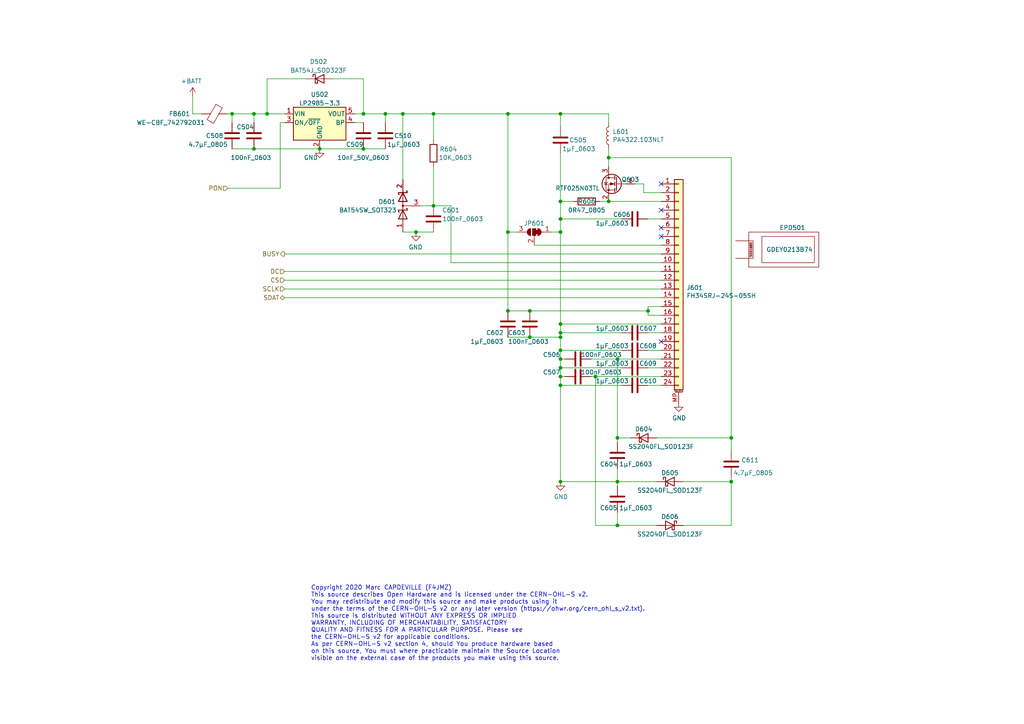
<source format=kicad_sch>
(kicad_sch (version 20211123) (generator eeschema)
  (paper "A4")
  (title_block (title "ESP32s3APRS by F4JMZ") (date "2024-08-24") (rev "0.0.1") (company "©️2025 Marc CAPDEVILLE (F4JMZ)") (comment 1 "Sources : https://github.com/mcapdeville/esp32s3aprs") (comment 2 "Licensed under CERN-OHL-S v2 (https://ohwr.org/cern_ohl_s_v2.txt)"))
  (lib_symbols
    (symbol "CAP_0603:100nF_0603" (pin_numbers hide) (pin_names (offset 0.254))
      (property "Reference" "C" (at 0.635 2.54 0))
      (property "Value" "100nF_0603" (at 0.635 -2.54 0))
      (symbol "100nF_0603_0_1"
        (polyline (pts (xy -2.032 -0.762) (xy 2.032 -0.762)) (stroke (width 0.508)))
        (polyline (pts (xy -2.032 0.762) (xy 2.032 0.762)) (stroke (width 0.508)))
      )
      (symbol "100nF_0603_1_1"
        (pin passive line (at 0 3.81 270) (length 2.794) (name "~") (number "1"))
        (pin passive line (at 0 -3.81 90) (length 2.794) (name "~") (number "2"))
      )
    )
    (symbol "CAP_0603:1µF_0603" (pin_numbers hide) (pin_names (offset 0.254))
      (property "Reference" "C" (at 0.635 2.54 0))
      (property "Value" "1µF_0603" (at 0.635 -2.54 0))
      (symbol "1µF_0603_0_1"
        (polyline (pts (xy -2.032 -0.762) (xy 2.032 -0.762)) (stroke (width 0.508)))
        (polyline (pts (xy -2.032 0.762) (xy 2.032 0.762)) (stroke (width 0.508)))
      )
      (symbol "1µF_0603_1_1"
        (pin passive line (at 0 3.81 270) (length 2.794) (name "~") (number "1"))
        (pin passive line (at 0 -3.81 90) (length 2.794) (name "~") (number "2"))
      )
    )
    (symbol "CAP_0805:4.7µF_0805" (pin_numbers hide) (pin_names (offset 0.254))
      (property "Reference" "C" (at 0.635 2.54 0))
      (property "Value" "4.7µF_0805" (at 0.635 -2.54 0))
      (symbol "4.7µF_0805_0_1"
        (polyline (pts (xy -2.032 -0.762) (xy 2.032 -0.762)) (stroke (width 0.508)))
        (polyline (pts (xy -2.032 0.762) (xy 2.032 0.762)) (stroke (width 0.508)))
      )
      (symbol "4.7µF_0805_1_1"
        (pin passive line (at 0 3.81 270) (length 2.794) (name "~") (number "1"))
        (pin passive line (at 0 -3.81 90) (length 2.794) (name "~") (number "2"))
      )
    )
    (symbol "CON_SMD:FH34SRJ-24S-05SH" (pin_names (offset 1.016) hide)
      (property "Reference" "J" (at 2.2352 -2.1844 0))
      (property "Value" "FH34SRJ-24S-05SH" (at 2.2352 -4.4958 0))
      (symbol "FH34SRJ-24S-05SH_1_1"
        (rectangle (start -1.27 -30.353) (end 0 -30.607) (stroke (width 0.1524)))
        (rectangle (start -1.27 -27.813) (end 0 -28.067) (stroke (width 0.1524)))
        (rectangle (start -1.27 -25.273) (end 0 -25.527) (stroke (width 0.1524)))
        (rectangle (start -1.27 -22.733) (end 0 -22.987) (stroke (width 0.1524)))
        (rectangle (start -1.27 -20.193) (end 0 -20.447) (stroke (width 0.1524)))
        (rectangle (start -1.27 -17.653) (end 0 -17.907) (stroke (width 0.1524)))
        (rectangle (start -1.27 -15.113) (end 0 -15.367) (stroke (width 0.1524)))
        (rectangle (start -1.27 -12.573) (end 0 -12.827) (stroke (width 0.1524)))
        (rectangle (start -1.27 -10.033) (end 0 -10.287) (stroke (width 0.1524)))
        (rectangle (start -1.27 -7.493) (end 0 -7.747) (stroke (width 0.1524)))
        (rectangle (start -1.27 -4.953) (end 0 -5.207) (stroke (width 0.1524)))
        (rectangle (start -1.27 -2.413) (end 0 -2.667) (stroke (width 0.1524)))
        (rectangle (start -1.27 0.127) (end 0 -0.127) (stroke (width 0.1524)))
        (rectangle (start -1.27 2.667) (end 0 2.413) (stroke (width 0.1524)))
        (rectangle (start -1.27 5.207) (end 0 4.953) (stroke (width 0.1524)))
        (rectangle (start -1.27 7.747) (end 0 7.493) (stroke (width 0.1524)))
        (rectangle (start -1.27 10.287) (end 0 10.033) (stroke (width 0.1524)))
        (rectangle (start -1.27 12.827) (end 0 12.573) (stroke (width 0.1524)))
        (rectangle (start -1.27 15.367) (end 0 15.113) (stroke (width 0.1524)))
        (rectangle (start -1.27 17.907) (end 0 17.653) (stroke (width 0.1524)))
        (rectangle (start -1.27 20.447) (end 0 20.193) (stroke (width 0.1524)))
        (rectangle (start -1.27 22.987) (end 0 22.733) (stroke (width 0.1524)))
        (rectangle (start -1.27 25.527) (end 0 25.273) (stroke (width 0.1524)))
        (rectangle (start -1.27 28.067) (end 0 27.813) (stroke (width 0.1524)))
        (rectangle (start -1.27 29.21) (end 1.27 -31.75) (stroke (width 0.254)) (fill (type background)))
        (polyline (pts (xy -1.016 -32.512) (xy 1.016 -32.512)) (stroke (width 0.1524)))
        (text "Mounting" (at 0 -32.131 0) (effects (font (size 0.381 0.381))))
        (pin passive line (at -5.08 27.94 0) (length 3.81) (name "Pin_1") (number "1"))
        (pin passive line (at -5.08 5.08 0) (length 3.81) (name "Pin_10") (number "10"))
        (pin passive line (at -5.08 2.54 0) (length 3.81) (name "Pin_11") (number "11"))
        (pin passive line (at -5.08 0 0) (length 3.81) (name "Pin_12") (number "12"))
        (pin passive line (at -5.08 -2.54 0) (length 3.81) (name "Pin_13") (number "13"))
        (pin passive line (at -5.08 -5.08 0) (length 3.81) (name "Pin_14") (number "14"))
        (pin passive line (at -5.08 -7.62 0) (length 3.81) (name "Pin_15") (number "15"))
        (pin passive line (at -5.08 -10.16 0) (length 3.81) (name "Pin_16") (number "16"))
        (pin passive line (at -5.08 -12.7 0) (length 3.81) (name "Pin_17") (number "17"))
        (pin passive line (at -5.08 -15.24 0) (length 3.81) (name "Pin_18") (number "18"))
        (pin passive line (at -5.08 -17.78 0) (length 3.81) (name "Pin_19") (number "19"))
        (pin passive line (at -5.08 25.4 0) (length 3.81) (name "Pin_2") (number "2"))
        (pin passive line (at -5.08 -20.32 0) (length 3.81) (name "Pin_20") (number "20"))
        (pin passive line (at -5.08 -22.86 0) (length 3.81) (name "Pin_21") (number "21"))
        (pin passive line (at -5.08 -25.4 0) (length 3.81) (name "Pin_22") (number "22"))
        (pin passive line (at -5.08 -27.94 0) (length 3.81) (name "Pin_23") (number "23"))
        (pin passive line (at -5.08 -30.48 0) (length 3.81) (name "Pin_24") (number "24"))
        (pin passive line (at -5.08 22.86 0) (length 3.81) (name "Pin_3") (number "3"))
        (pin passive line (at -5.08 20.32 0) (length 3.81) (name "Pin_4") (number "4"))
        (pin passive line (at -5.08 17.78 0) (length 3.81) (name "Pin_5") (number "5"))
        (pin passive line (at -5.08 15.24 0) (length 3.81) (name "Pin_6") (number "6"))
        (pin passive line (at -5.08 12.7 0) (length 3.81) (name "Pin_7") (number "7"))
        (pin passive line (at -5.08 10.16 0) (length 3.81) (name "Pin_8") (number "8"))
        (pin passive line (at -5.08 7.62 0) (length 3.81) (name "Pin_9") (number "9"))
        (pin passive line (at 0 -35.56 90) (length 3.048) (name "MountPin") (number "MP"))
      )
    )
    (symbol "D_SOD123:SS2040FL_SOD123F" (pin_numbers hide) (pin_names hide)
      (property "Reference" "D" (at 0 2.54 0))
      (property "Value" "SS2040FL_SOD123F" (at 0 -2.54 0))
      (symbol "SS2040FL_SOD123F_0_1"
        (polyline (pts (xy 1.27 0) (xy -1.27 0)))
        (polyline (pts (xy 1.27 1.27) (xy 1.27 -1.27) (xy -1.27 0) (xy 1.27 1.27)) (stroke (width 0.254)))
        (polyline (pts (xy -1.905 0.635) (xy -1.905 1.27) (xy -1.27 1.27) (xy -1.27 -1.27) (xy -0.635 -1.27) (xy -0.635 -0.635)) (stroke (width 0.254)))
      )
      (symbol "SS2040FL_SOD123F_1_1"
        (pin passive line (at -3.81 0 0) (length 2.54) (name "K") (number "1"))
        (pin passive line (at 3.81 0 180) (length 2.54) (name "A") (number "2"))
      )
    )
    (symbol "D_SOD323:BAT54J_SOD323F" (pin_numbers hide) (pin_names hide)
      (property "Reference" "D" (at 0 2.54 0))
      (property "Value" "BAT54J_SOD323F" (at 0 -2.54 0))
      (symbol "BAT54J_SOD323F_0_1"
        (polyline (pts (xy 1.27 0) (xy -1.27 0)))
        (polyline (pts (xy 1.27 1.27) (xy 1.27 -1.27) (xy -1.27 0) (xy 1.27 1.27)) (stroke (width 0.254)))
        (polyline (pts (xy -1.905 0.635) (xy -1.905 1.27) (xy -1.27 1.27) (xy -1.27 -1.27) (xy -0.635 -1.27) (xy -0.635 -0.635)) (stroke (width 0.254)))
      )
      (symbol "BAT54J_SOD323F_1_1"
        (pin passive line (at -3.81 0 0) (length 2.54) (name "K") (number "1"))
        (pin passive line (at 3.81 0 180) (length 2.54) (name "A") (number "2"))
      )
    )
    (symbol "D_SOT323:BAT54SW_SOT323" (pin_names (offset 0.762) hide)
      (property "Reference" "D" (at 3.81 2.54 0))
      (property "Value" "BAT54SW_SOT323" (at 0 2.54 0))
      (symbol "BAT54SW_SOT323_0_1"
        (polyline (pts (xy -3.81 0) (xy 3.81 0)))
        (polyline (pts (xy -3.81 0) (xy 3.81 0)))
        (polyline (pts (xy 0 0) (xy 0 -2.54)))
        (polyline (pts (xy -1.27 -1.27) (xy -1.27 1.27) (xy -1.27 1.27)) (stroke (width 0.254)))
        (polyline (pts (xy 3.81 1.27) (xy 3.81 -1.27) (xy 3.81 -1.27)) (stroke (width 0.254)))
        (polyline (pts (xy 3.81 1.27) (xy 3.81 -1.27) (xy 3.81 -1.27)) (stroke (width 0.254)))
        (polyline (pts (xy -1.27 -1.27) (xy -0.762 -1.27) (xy -0.762 -1.016) (xy -0.762 -1.016)) (stroke (width 0.254)))
        (polyline (pts (xy 3.81 -1.27) (xy 4.318 -1.27) (xy 4.318 -1.016) (xy 4.318 -1.016)) (stroke (width 0.254)))
        (polyline (pts (xy 3.81 1.27) (xy 3.302 1.27) (xy 3.302 1.016) (xy 3.302 1.016)) (stroke (width 0.254)))
        (polyline (pts (xy -1.778 1.016) (xy -1.778 1.27) (xy -1.27 1.27) (xy -1.27 1.27) (xy -1.27 1.27)) (stroke (width 0.254)))
        (polyline (pts (xy -3.81 1.27) (xy -1.27 0) (xy -3.81 -1.27) (xy -3.81 1.27) (xy -3.81 1.27) (xy -3.81 1.27)) (stroke (width 0.254)))
        (polyline (pts (xy 1.27 1.27) (xy 3.81 0) (xy 1.27 -1.27) (xy 1.27 1.27) (xy 1.27 1.27) (xy 1.27 1.27)) (stroke (width 0.254)))
        (polyline (pts (xy 1.27 1.27) (xy 3.81 0) (xy 1.27 -1.27) (xy 1.27 1.27) (xy 1.27 1.27) (xy 1.27 1.27)) (stroke (width 0.254)))
        (circle (center 0 0) (radius 0.254) (fill (type outline)))
        (pin passive line (at -7.62 0 0) (length 3.81) (name "A") (number "1"))
        (pin passive line (at 7.62 0 180) (length 3.81) (name "A") (number "2"))
        (pin passive line (at 7.62 0 180) (length 3.81) (name "A") (number "2"))
        (pin passive line (at 0 -5.08 90) (length 2.54) (name "K") (number "3"))
      )
    )
    (symbol "Display:GDEY0213B74" (pin_names (offset 1.016))
      (property "Reference" "EPD" (at -2.54 6.35 0))
      (property "Value" "GDEY0213B74" (at -6.35 0 0))
      (symbol "GDEY0213B74_0_0"
        (text "SSD1680" (at -10.795 0 900) (effects (font (size 0.635 0.635))))
      )
      (symbol "GDEY0213B74_0_1"
        (polyline (pts (xy -15.24 -2.54) (xy -10.16 -2.54) (xy -10.16 2.54) (xy -15.24 2.54)))
        (polyline (pts (xy -7.62 3.81) (xy 7.62 3.81) (xy 7.62 -3.81) (xy -7.62 -3.81) (xy -7.62 3.81)))
        (polyline (pts (xy -7.62 5.08) (xy 8.89 5.08) (xy 8.89 -5.08) (xy -11.43 -5.08) (xy -11.43 5.08) (xy -7.62 5.08)))
      )
    )
    (symbol "FB_0805:WE-CBF_742792031" (pin_numbers hide) (pin_names (offset 0))
      (property "Reference" "FB" (at -3.81 0.635 90))
      (property "Value" "WE-CBF_742792031" (at 3.81 0 90))
      (symbol "WE-CBF_742792031_0_1"
        (polyline (pts (xy 0 -1.27) (xy 0 -1.2192)))
        (polyline (pts (xy 0 1.27) (xy 0 1.2954)))
        (polyline (pts (xy -2.7686 0.4064) (xy -1.7018 2.2606) (xy 2.7686 -0.3048) (xy 1.6764 -2.159) (xy -2.7686 0.4064)))
      )
      (symbol "WE-CBF_742792031_1_1"
        (pin passive line (at 0 3.81 270) (length 2.54) (name "~") (number "1"))
        (pin passive line (at 0 -3.81 90) (length 2.54) (name "~") (number "2"))
      )
    )
    (symbol "Jumper:SolderJumper_3_Bridged12" (pin_names (offset 0) hide)
      (property "Reference" "JP" (at -2.54 -2.54 0))
      (property "Value" "SolderJumper_3_Bridged12" (at 0 2.794 0))
      (symbol "SolderJumper_3_Bridged12_0_1"
        (rectangle (start -1.016 0.508) (end -0.508 -0.508) (fill (type outline)))
        (arc (start -1.016 1.016) (mid -2.032 0) (end -1.016 -1.016))
        (arc (start -1.016 1.016) (mid -2.032 0) (end -1.016 -1.016) (fill (type outline)))
        (rectangle (start -0.508 1.016) (end 0.508 -1.016) (fill (type outline)))
        (polyline (pts (xy -2.54 0) (xy -2.032 0)))
        (polyline (pts (xy -1.016 1.016) (xy -1.016 -1.016)))
        (polyline (pts (xy 0 -1.27) (xy 0 -1.016)))
        (polyline (pts (xy 1.016 1.016) (xy 1.016 -1.016)))
        (polyline (pts (xy 2.54 0) (xy 2.032 0)))
        (arc (start 1.016 -1.016) (mid 2.032 0) (end 1.016 1.016))
        (arc (start 1.016 -1.016) (mid 2.032 0) (end 1.016 1.016) (fill (type outline)))
      )
      (symbol "SolderJumper_3_Bridged12_1_1"
        (pin passive line (at -5.08 0 0) (length 2.54) (name "A") (number "1"))
        (pin passive line (at 0 -3.81 90) (length 2.54) (name "C") (number "2"))
        (pin passive line (at 5.08 0 180) (length 2.54) (name "B") (number "3"))
      )
    )
    (symbol "L_SMD:PA4322.103NLT" (pin_numbers hide) (pin_names (offset 1.016) hide)
      (property "Reference" "L" (at -1.27 0 90))
      (property "Value" "PA4322.103NLT" (at 1.905 0 90))
      (property "Footprint" "_footprint:Inductor_Pulse_PA4322.xxxNLT_5.1x5.1" (at 0 0 0))
      (symbol "PA4322.103NLT_0_1"
        (arc (start 0 -2.54) (mid 0.635 -1.905) (end 0 -1.27))
        (arc (start 0 -1.27) (mid 0.635 -0.635) (end 0 0))
        (arc (start 0 0) (mid 0.635 0.635) (end 0 1.27))
        (arc (start 0 1.27) (mid 0.635 1.905) (end 0 2.54))
      )
      (symbol "PA4322.103NLT_1_1"
        (pin passive line (at 0 3.81 270) (length 1.27) (name "1") (number "1"))
        (pin passive line (at 0 -3.81 90) (length 1.27) (name "2") (number "2"))
      )
    )
    (symbol "Q_SOT323:RTF025N03TL" (pin_names (offset 0) hide)
      (property "Reference" "Q" (at 5.08 1.27 0))
      (property "Value" "RTF025N03TL" (at 5.08 -1.27 0))
      (symbol "RTF025N03TL_0_1"
        (polyline (pts (xy 0.254 0) (xy -2.54 0)))
        (polyline (pts (xy 0.254 1.905) (xy 0.254 -1.905)) (stroke (width 0.254)))
        (polyline (pts (xy 0.762 -1.27) (xy 0.762 -2.286)) (stroke (width 0.254)))
        (polyline (pts (xy 0.762 0.508) (xy 0.762 -0.508)) (stroke (width 0.254)))
        (polyline (pts (xy 0.762 2.286) (xy 0.762 1.27)) (stroke (width 0.254)))
        (polyline (pts (xy 2.54 2.54) (xy 2.54 1.778)))
        (polyline (pts (xy 2.54 -2.54) (xy 2.54 0) (xy 0.762 0)))
        (polyline (pts (xy 0.762 -1.778) (xy 3.302 -1.778) (xy 3.302 1.778) (xy 0.762 1.778)))
        (polyline (pts (xy 1.016 0) (xy 2.032 0.381) (xy 2.032 -0.381) (xy 1.016 0)) (fill (type outline)))
        (polyline (pts (xy 2.794 0.508) (xy 2.921 0.381) (xy 3.683 0.381) (xy 3.81 0.254)))
        (polyline (pts (xy 3.302 0.381) (xy 2.921 -0.254) (xy 3.683 -0.254) (xy 3.302 0.381)))
        (circle (center 1.651 0) (radius 2.794) (stroke (width 0.254)))
        (circle (center 2.54 -1.778) (radius 0.254) (fill (type outline)))
        (circle (center 2.54 1.778) (radius 0.254) (fill (type outline)))
      )
      (symbol "RTF025N03TL_1_1"
        (pin input line (at -5.08 0 0) (length 2.54) (name "G") (number "1"))
        (pin passive line (at 2.54 -5.08 90) (length 2.54) (name "S") (number "2"))
        (pin passive line (at 2.54 5.08 270) (length 2.54) (name "D") (number "3"))
      )
    )
    (symbol "RES_0603:10K_0603" (pin_numbers hide) (pin_names (offset 0))
      (property "Reference" "R" (at 0 -1.27 90))
      (property "Value" "10K_0603" (at 2.54 0 90))
      (symbol "10K_0603_0_1"
        (rectangle (start -1.016 -2.54) (end 1.016 2.54) (stroke (width 0.254)))
      )
      (symbol "10K_0603_1_1"
        (pin passive line (at 0 3.81 270) (length 1.27) (name "~") (number "1"))
        (pin passive line (at 0 -3.81 90) (length 1.27) (name "~") (number "2"))
      )
    )
    (symbol "RES_0805:0R47_0805" (pin_numbers hide) (pin_names (offset 0))
      (property "Reference" "R" (at 0 -1.27 90))
      (property "Value" "0R47_0805" (at 2.54 0 90))
      (symbol "0R47_0805_0_1"
        (rectangle (start -1.016 -2.54) (end 1.016 2.54) (stroke (width 0.254)))
      )
      (symbol "0R47_0805_1_1"
        (pin passive line (at 0 3.81 270) (length 1.27) (name "~") (number "1"))
        (pin passive line (at 0 -3.81 90) (length 1.27) (name "~") (number "2"))
      )
    )
    (symbol "Regulator_Linear:LP2985-3.3" (pin_names (offset 0.254))
      (property "Reference" "U" (at -6.35 5.715 0))
      (property "Value" "LP2985-3.3" (at 0 5.715 0))
      (symbol "LP2985-3.3_0_1"
        (rectangle (start -7.62 -5.08) (end 7.62 4.445) (stroke (width 0.254)) (fill (type background)))
      )
      (symbol "LP2985-3.3_1_1"
        (pin power_in line (at -10.16 2.54 0) (length 2.54) (name "VIN") (number "1"))
        (pin power_in line (at 0 -7.62 90) (length 2.54) (name "GND") (number "2"))
        (pin input line (at -10.16 0 0) (length 2.54) (name "ON/~{OFF}") (number "3"))
        (pin input line (at 10.16 0 180) (length 2.54) (name "BP") (number "4"))
        (pin power_out line (at 10.16 2.54 180) (length 2.54) (name "VOUT") (number "5"))
      )
    )
    (symbol "_symbols:10nF_50V_0603" (pin_numbers hide) (pin_names (offset 0.254))
      (property "Reference" "C" (at 0.635 2.54 0))
      (property "Value" "10nF_50V_0603" (at 0.635 -2.54 0))
      (symbol "10nF_50V_0603_0_1"
        (polyline (pts (xy -2.032 -0.762) (xy 2.032 -0.762)) (stroke (width 0.508)))
        (polyline (pts (xy -2.032 0.762) (xy 2.032 0.762)) (stroke (width 0.508)))
      )
      (symbol "10nF_50V_0603_1_1"
        (pin passive line (at 0 3.81 270) (length 2.794) (name "~") (number "1"))
        (pin passive line (at 0 -3.81 90) (length 2.794) (name "~") (number "2"))
      )
    )
    (symbol "power:+BATT" (power) (pin_names (offset 0))
      (property "Value" "+BATT" (at 0 3.556 0))
      (symbol "+BATT_0_1"
        (polyline (pts (xy -0.762 1.27) (xy 0 2.54)))
        (polyline (pts (xy 0 0) (xy 0 2.54)))
        (polyline (pts (xy 0 2.54) (xy 0.762 1.27)))
      )
      (symbol "+BATT_1_1"
        (pin power_in line (at 0 0 90) (length 0) hide (name "+BATT") (number "1"))
      )
    )
    (symbol "power:GND" (power) (pin_names (offset 0))
      (property "Value" "GND" (at 0 -3.81 0))
      (symbol "GND_0_1"
        (polyline (pts (xy 0 0) (xy 0 -1.27) (xy 1.27 -1.27) (xy 0 -2.54) (xy -1.27 -1.27) (xy 0 -1.27)))
      )
      (symbol "GND_1_1"
        (pin power_in line (at 0 0 270) (length 0) hide (name "GND") (number "1"))
      )
    )
  )
  (junction (at 162.56 139.7))
  (junction (at 162.56 58.42))
  (junction (at 162.56 63.5))
  (junction (at 172.72 109.22))
  (junction (at 176.53 58.42))
  (junction (at 147.32 90.17))
  (junction (at 153.67 97.79))
  (junction (at 153.67 90.17))
  (junction (at 162.56 104.14))
  (junction (at 162.56 109.22))
  (junction (at 125.73 33.02))
  (junction (at 162.56 33.02))
  (junction (at 120.65 67.31))
  (junction (at 125.73 59.69))
  (junction (at 176.53 45.72))
  (junction (at 147.32 33.02))
  (junction (at 179.07 127))
  (junction (at 162.56 67.31))
  (junction (at 67.31 33.02))
  (junction (at 162.56 106.68))
  (junction (at 73.66 43.18))
  (junction (at 162.56 97.79))
  (junction (at 162.56 96.52))
  (junction (at 187.96 90.17))
  (junction (at 105.41 43.18))
  (junction (at 105.41 33.02))
  (junction (at 212.09 127))
  (junction (at 116.84 33.02))
  (junction (at 179.07 139.7))
  (junction (at 212.09 139.7))
  (junction (at 179.07 104.14))
  (junction (at 147.32 67.31))
  (junction (at 77.47 33.02))
  (junction (at 92.71 43.18))
  (junction (at 162.56 93.98))
  (junction (at 179.07 152.4))
  (junction (at 162.56 111.76))
  (junction (at 111.76 33.02))
  (junction (at 73.66 33.02))
  (junction (at 162.56 101.6))
  (no_connect (at 191.77 66.04))
  (no_connect (at 191.77 53.34))
  (no_connect (at 191.77 99.06))
  (no_connect (at 191.77 68.58))
  (no_connect (at 191.77 60.96))
  (wire (pts (xy 73.66 43.18) (xy 92.71 43.18)))
  (wire (pts (xy 171.45 104.14) (xy 179.07 104.14)))
  (wire (pts (xy 121.92 59.69) (xy 125.73 59.69)))
  (wire (pts (xy 102.87 33.02) (xy 105.41 33.02)))
  (wire (pts (xy 77.47 22.86) (xy 77.47 33.02)))
  (wire (pts (xy 172.72 109.22) (xy 191.77 109.22)))
  (wire (pts (xy 162.56 139.7) (xy 179.07 139.7)))
  (wire (pts (xy 147.32 97.79) (xy 153.67 97.79)))
  (wire (pts (xy 105.41 43.18) (xy 111.76 43.18)))
  (wire (pts (xy 212.09 127) (xy 212.09 45.72)))
  (wire (pts (xy 187.96 91.44) (xy 191.77 91.44)))
  (wire (pts (xy 187.96 63.5) (xy 191.77 63.5)))
  (wire (pts (xy 81.28 54.61) (xy 66.04 54.61)))
  (wire (pts (xy 190.5 127) (xy 212.09 127)))
  (wire (pts (xy 162.56 106.68) (xy 162.56 109.22)))
  (wire (pts (xy 176.53 45.72) (xy 176.53 48.26)))
  (wire (pts (xy 171.45 109.22) (xy 172.72 109.22)))
  (wire (pts (xy 82.55 73.66) (xy 191.77 73.66)))
  (wire (pts (xy 162.56 36.83) (xy 162.56 33.02)))
  (wire (pts (xy 147.32 33.02) (xy 147.32 67.31)))
  (wire (pts (xy 73.66 35.56) (xy 73.66 33.02)))
  (wire (pts (xy 179.07 139.7) (xy 179.07 135.89)))
  (wire (pts (xy 149.86 67.31) (xy 147.32 67.31)))
  (wire (pts (xy 191.77 111.76) (xy 187.96 111.76)))
  (wire (pts (xy 179.07 140.97) (xy 179.07 139.7)))
  (wire (pts (xy 130.81 76.2) (xy 191.77 76.2)))
  (wire (pts (xy 176.53 33.02) (xy 176.53 35.56)))
  (wire (pts (xy 81.28 35.56) (xy 81.28 54.61)))
  (wire (pts (xy 162.56 104.14) (xy 162.56 106.68)))
  (wire (pts (xy 180.34 106.68) (xy 162.56 106.68)))
  (wire (pts (xy 160.02 67.31) (xy 162.56 67.31)))
  (wire (pts (xy 105.41 33.02) (xy 111.76 33.02)))
  (wire (pts (xy 163.83 109.22) (xy 162.56 109.22)))
  (wire (pts (xy 190.5 139.7) (xy 179.07 139.7)))
  (wire (pts (xy 184.15 53.34) (xy 186.69 53.34)))
  (wire (pts (xy 162.56 44.45) (xy 162.56 58.42)))
  (wire (pts (xy 212.09 152.4) (xy 212.09 139.7)))
  (wire (pts (xy 153.67 97.79) (xy 162.56 97.79)))
  (wire (pts (xy 186.69 55.88) (xy 191.77 55.88)))
  (wire (pts (xy 179.07 128.27) (xy 179.07 127)))
  (wire (pts (xy 187.96 90.17) (xy 187.96 91.44)))
  (wire (pts (xy 67.31 43.18) (xy 73.66 43.18)))
  (wire (pts (xy 179.07 104.14) (xy 191.77 104.14)))
  (wire (pts (xy 179.07 148.59) (xy 179.07 152.4)))
  (wire (pts (xy 82.55 78.74) (xy 191.77 78.74)))
  (wire (pts (xy 111.76 33.02) (xy 111.76 35.56)))
  (wire (pts (xy 180.34 111.76) (xy 162.56 111.76)))
  (wire (pts (xy 55.88 27.94) (xy 55.88 33.02)))
  (wire (pts (xy 179.07 127) (xy 179.07 104.14)))
  (wire (pts (xy 125.73 48.26) (xy 125.73 59.69)))
  (wire (pts (xy 120.65 67.31) (xy 116.84 67.31)))
  (wire (pts (xy 92.71 43.18) (xy 105.41 43.18)))
  (wire (pts (xy 191.77 101.6) (xy 187.96 101.6)))
  (wire (pts (xy 162.56 101.6) (xy 162.56 104.14)))
  (wire (pts (xy 191.77 71.12) (xy 154.94 71.12)))
  (wire (pts (xy 120.65 67.31) (xy 125.73 67.31)))
  (wire (pts (xy 191.77 83.82) (xy 82.55 83.82)))
  (wire (pts (xy 180.34 96.52) (xy 162.56 96.52)))
  (wire (pts (xy 180.34 101.6) (xy 162.56 101.6)))
  (wire (pts (xy 173.99 58.42) (xy 176.53 58.42)))
  (wire (pts (xy 105.41 22.86) (xy 105.41 33.02)))
  (wire (pts (xy 176.53 58.42) (xy 191.77 58.42)))
  (wire (pts (xy 147.32 90.17) (xy 153.67 90.17)))
  (wire (pts (xy 212.09 45.72) (xy 176.53 45.72)))
  (wire (pts (xy 130.81 59.69) (xy 130.81 76.2)))
  (wire (pts (xy 162.56 58.42) (xy 162.56 63.5)))
  (wire (pts (xy 55.88 33.02) (xy 58.42 33.02)))
  (wire (pts (xy 81.28 35.56) (xy 82.55 35.56)))
  (wire (pts (xy 162.56 67.31) (xy 162.56 93.98)))
  (wire (pts (xy 147.32 90.17) (xy 147.32 67.31)))
  (wire (pts (xy 212.09 127) (xy 212.09 130.81)))
  (wire (pts (xy 191.77 86.36) (xy 82.55 86.36)))
  (wire (pts (xy 125.73 33.02) (xy 125.73 40.64)))
  (wire (pts (xy 191.77 81.28) (xy 82.55 81.28)))
  (wire (pts (xy 116.84 33.02) (xy 125.73 33.02)))
  (wire (pts (xy 179.07 127) (xy 182.88 127)))
  (wire (pts (xy 172.72 152.4) (xy 172.72 109.22)))
  (wire (pts (xy 162.56 111.76) (xy 162.56 139.7)))
  (wire (pts (xy 162.56 97.79) (xy 162.56 101.6)))
  (wire (pts (xy 105.41 35.56) (xy 102.87 35.56)))
  (wire (pts (xy 162.56 96.52) (xy 162.56 93.98)))
  (wire (pts (xy 176.53 43.18) (xy 176.53 45.72)))
  (wire (pts (xy 187.96 88.9) (xy 187.96 90.17)))
  (wire (pts (xy 186.69 53.34) (xy 186.69 55.88)))
  (wire (pts (xy 179.07 152.4) (xy 190.5 152.4)))
  (wire (pts (xy 162.56 109.22) (xy 162.56 111.76)))
  (wire (pts (xy 191.77 96.52) (xy 187.96 96.52)))
  (wire (pts (xy 212.09 139.7) (xy 198.12 139.7)))
  (wire (pts (xy 147.32 33.02) (xy 162.56 33.02)))
  (wire (pts (xy 66.04 33.02) (xy 67.31 33.02)))
  (wire (pts (xy 162.56 96.52) (xy 162.56 97.79)))
  (wire (pts (xy 153.67 90.17) (xy 187.96 90.17)))
  (wire (pts (xy 96.52 22.86) (xy 105.41 22.86)))
  (wire (pts (xy 163.83 104.14) (xy 162.56 104.14)))
  (wire (pts (xy 162.56 63.5) (xy 162.56 67.31)))
  (wire (pts (xy 198.12 152.4) (xy 212.09 152.4)))
  (wire (pts (xy 166.37 58.42) (xy 162.56 58.42)))
  (wire (pts (xy 116.84 33.02) (xy 111.76 33.02)))
  (wire (pts (xy 77.47 33.02) (xy 82.55 33.02)))
  (wire (pts (xy 212.09 138.43) (xy 212.09 139.7)))
  (wire (pts (xy 116.84 33.02) (xy 116.84 52.07)))
  (wire (pts (xy 179.07 152.4) (xy 172.72 152.4)))
  (wire (pts (xy 191.77 106.68) (xy 187.96 106.68)))
  (wire (pts (xy 162.56 93.98) (xy 191.77 93.98)))
  (wire (pts (xy 73.66 33.02) (xy 77.47 33.02)))
  (wire (pts (xy 162.56 33.02) (xy 176.53 33.02)))
  (wire (pts (xy 125.73 33.02) (xy 147.32 33.02)))
  (wire (pts (xy 67.31 33.02) (xy 73.66 33.02)))
  (wire (pts (xy 88.9 22.86) (xy 77.47 22.86)))
  (wire (pts (xy 67.31 33.02) (xy 67.31 35.56)))
  (wire (pts (xy 125.73 59.69) (xy 130.81 59.69)))
  (wire (pts (xy 162.56 63.5) (xy 180.34 63.5)))
  (wire (pts (xy 191.77 88.9) (xy 187.96 88.9)))
  (text "Copyright 2020 Marc CAPDEVILLE (F4JMZ)\nThis source describes Open Hardware and is licensed under the CERN-OHL-S v2.\nYou may redistribute and modify this source and make products using it\nunder the terms of the CERN-OHL-S v2 or any later version (https://ohwr.org/cern_ohl_s_v2.txt).\nThis source is distributed WITHOUT ANY EXPRESS OR IMPLIED\nWARRANTY, INCLUDING OF MERCHANTABILITY, SATISFACTORY\nQUALITY AND FITNESS FOR A PARTICULAR PURPOSE. Please see\nthe CERN-OHL-S v2 for applicable conditions.\nAs per CERN-OHL-S v2 section 4, should You produce hardware based\non this source, You must where practicable maintain the Source Location\nvisible on the external case of the products you make using this source." (at 90.17 191.77 0) (effects (font (size 1.27 1.27)) (justify left bottom)))
  (hierarchical_label "PON" (shape input) (at 66.04 54.61 180))
  (hierarchical_label "BUSY" (shape output) (at 82.55 73.66 180))
  (hierarchical_label "SDAT" (shape bidirectional) (at 82.55 86.36 180))
  (hierarchical_label "CS" (shape input) (at 82.55 81.28 180))
  (hierarchical_label "DC" (shape input) (at 82.55 78.74 180))
  (hierarchical_label "SCLK" (shape input) (at 82.55 83.82 180))
  (symbol (lib_id "CON_SMD:FH34SRJ-24S-05SH") (at 196.85 81.28 0) (unit 1)
    (property "Reference" "J601" (at 199.0852 83.4644 0) (effects (justify left)))
    (property "Value" "FH34SRJ-24S-05SH" (at 199.0852 85.7758 0) (effects (justify left)))
    (property "Footprint" "_footprint:Hirose_FH34-24SRJ-0.5SH_1x24-1MP_P0.50mm_Horizontal" (effects hide))
    (property "Mouser" "798-FH34SRJ24S05SH99" (effects hide))
    (property "Radiospares" "136-2403" (effects hide))
  )
  (symbol (lib_id "power:GND") (at 162.56 139.7 0) (unit 1)
    (property "Reference" "#PWR0125" (effects hide))
    (property "Value" "GND" (at 162.687 144.0942 0))
  )
  (symbol (lib_id "Q_SOT323:RTF025N03TL") (at 179.07 53.34 0) (mirror y) (unit 1)
    (property "Reference" "Q603" (at 185.42 52.07 0) (effects (justify left)))
    (property "Value" "RTF025N03TL" (at 173.99 54.61 0) (effects (justify left)))
    (property "Footprint" "_footprint:SOT-323T_SC-113A" (effects hide))
    (property "Mouser" "755-RTF025N03TL" (effects hide))
  )
  (symbol (lib_id "RES_0805:0R47_0805") (at 170.18 58.42 270) (unit 1)
    (property "Reference" "R606" (at 170.18 58.42 90))
    (property "Value" "0R47_0805" (at 170.18 60.96 90))
    (property "Footprint" "Resistor_SMD:R_0805_2012Metric" (effects hide))
    (property "Radiospares" "199-6016" (effects hide))
    (property "Mouser" "71-RCWE0805R470FKEA" (effects hide))
  )
  (symbol (lib_id "CAP_0603:1µF_0603") (at 184.15 63.5 270) (unit 1)
    (property "Reference" "C606" (at 180.34 62.23 90))
    (property "Value" "1µF_0603" (at 172.72 64.77 90) (effects (justify left)))
    (property "Footprint" "Capacitor_SMD:C_0603_1608Metric" (effects hide))
    (property "Radiospares" "103-4112" (effects hide))
    (property "Mouser" "963-UMK107BJ105KA-T" (effects hide))
  )
  (symbol (lib_id "CAP_0603:1µF_0603") (at 184.15 96.52 270) (unit 1)
    (property "Reference" "C607" (at 187.96 95.25 90))
    (property "Value" "1µF_0603" (at 172.72 100.33 90) (effects (justify left)))
    (property "Footprint" "Capacitor_SMD:C_0603_1608Metric" (effects hide))
    (property "Radiospares" "103-4112" (effects hide))
    (property "Mouser" "963-UMK107BJ105KA-T" (effects hide))
  )
  (symbol (lib_id "CAP_0603:1µF_0603") (at 184.15 101.6 270) (unit 1)
    (property "Reference" "C608" (at 187.96 100.33 90))
    (property "Value" "1µF_0603" (at 172.72 95.25 90) (effects (justify left)))
    (property "Footprint" "Capacitor_SMD:C_0603_1608Metric" (effects hide))
    (property "Radiospares" "103-4112" (effects hide))
    (property "Mouser" "963-UMK107BJ105KA-T" (effects hide))
  )
  (symbol (lib_id "L_SMD:PA4322.103NLT") (at 176.53 39.37 180) (unit 1)
    (property "Reference" "L601" (at 177.6476 38.2016 0) (effects (justify right)))
    (property "Value" "PA4322.103NLT" (at 177.6476 40.513 0) (effects (justify right)))
    (property "Footprint" "_footprint:Inductor_Pulse_PA4322.xxxNLT_5.1x5.1" (effects hide))
    (property "Mouser" "673-PA4322.103NLT" (effects hide))
  )
  (symbol (lib_id "CAP_0603:1µF_0603") (at 147.32 93.98 180) (unit 1)
    (property "Reference" "C602" (at 140.97 96.52 0) (effects (justify right)))
    (property "Value" "1µF_0603" (at 146.05 99.06 0) (effects (justify left)))
    (property "Footprint" "Capacitor_SMD:C_0603_1608Metric" (effects hide))
    (property "Radiospares" "103-4112" (effects hide))
    (property "Mouser" "963-UMK107BJ105KA-T" (effects hide))
  )
  (symbol (lib_id "CAP_0603:100nF_0603") (at 153.67 93.98 0) (unit 1)
    (property "Reference" "C603" (at 147.32 96.52 0) (effects (justify left)))
    (property "Value" "100nF_0603" (at 147.32 99.06 0) (effects (justify left)))
    (property "Footprint" "Capacitor_SMD:C_0603_1608Metric" (effects hide))
    (property "Radiospares" "184-3685" (effects hide))
    (property "Mouser" "963-UMK107B7104KAHT" (effects hide))
  )
  (symbol (lib_id "D_SOD123:SS2040FL_SOD123F") (at 186.69 127 0) (unit 1)
    (property "Reference" "D604" (at 186.69 124.46 0))
    (property "Value" "SS2040FL_SOD123F" (at 191.77 129.54 0))
    (property "Footprint" "Diode_SMD:D_SOD-123F" (effects hide))
    (property "Mouser" "241-SS2040FLAUR100A1" (effects hide))
  )
  (symbol (lib_id "CAP_0603:1µF_0603") (at 179.07 132.08 180) (unit 1)
    (property "Reference" "C604" (at 173.99 134.62 0) (effects (justify right)))
    (property "Value" "1µF_0603" (at 189.23 134.62 0) (effects (justify left)))
    (property "Footprint" "Capacitor_SMD:C_0603_1608Metric" (effects hide))
    (property "Radiospares" "103-4112" (effects hide))
    (property "Mouser" "963-UMK107BJ105KA-T" (effects hide))
  )
  (symbol (lib_id "CAP_0603:100nF_0603") (at 125.73 63.5 0) (unit 1)
    (property "Reference" "C601" (at 133.35 60.96 0) (effects (justify right)))
    (property "Value" "100nF_0603" (at 128.27 63.5 0) (effects (justify left)))
    (property "Footprint" "Capacitor_SMD:C_0603_1608Metric" (effects hide))
    (property "Radiospares" "184-3685" (effects hide))
    (property "Mouser" "963-UMK107B7104KAHT" (effects hide))
  )
  (symbol (lib_id "CAP_0805:4.7µF_0805") (at 212.09 134.62 0) (unit 1)
    (property "Reference" "C611" (at 215.011 133.4516 0) (effects (justify left)))
    (property "Value" "4.7µF_0805" (at 212.725 137.16 0) (effects (justify left)))
    (property "Footprint" "Capacitor_SMD:C_0805_2012Metric" (effects hide))
    (property "Radiospares" "113-8707" (effects hide))
    (property "Mouser" "81-GRM21BR61H475KE1L" (effects hide))
  )
  (symbol (lib_id "D_SOD123:SS2040FL_SOD123F") (at 194.31 139.7 0) (unit 1)
    (property "Reference" "D605" (at 194.31 137.16 0))
    (property "Value" "SS2040FL_SOD123F" (at 194.31 142.24 0))
    (property "Footprint" "Diode_SMD:D_SOD-123F" (effects hide))
    (property "Mouser" "241-SS2040FLAUR100A1" (effects hide))
  )
  (symbol (lib_id "power:GND") (at 120.65 67.31 0) (mirror y) (unit 1)
    (property "Reference" "#PWR0127" (effects hide))
    (property "Value" "GND" (at 120.523 71.7042 0))
  )
  (symbol (lib_id "D_SOD123:SS2040FL_SOD123F") (at 194.31 152.4 0) (mirror y) (unit 1)
    (property "Reference" "D606" (at 194.31 149.86 0))
    (property "Value" "SS2040FL_SOD123F" (at 194.31 154.94 0))
    (property "Footprint" "Diode_SMD:D_SOD-123F" (effects hide))
    (property "Mouser" "241-SS2040FLAUR100A1" (effects hide))
  )
  (symbol (lib_id "RES_0603:10K_0603") (at 125.73 44.45 0) (unit 1)
    (property "Reference" "R604" (at 127.508 43.2816 0) (effects (justify left)))
    (property "Value" "10K_0603" (at 132.08 45.72 0))
    (property "Footprint" "Resistor_SMD:R_0603_1608Metric" (effects hide))
    (property "Radiospares" "199-5443" (effects hide))
    (property "Mouser" "603-RC0603FR-0710KL" (effects hide))
  )
  (symbol (lib_id "CAP_0603:1µF_0603") (at 179.07 144.78 180) (unit 1)
    (property "Reference" "C605" (at 173.99 147.32 0) (effects (justify right)))
    (property "Value" "1µF_0603" (at 189.23 147.32 0) (effects (justify left)))
    (property "Footprint" "Capacitor_SMD:C_0603_1608Metric" (effects hide))
    (property "Radiospares" "103-4112" (effects hide))
    (property "Mouser" "963-UMK107BJ105KA-T" (effects hide))
  )
  (symbol (lib_id "CAP_0603:1µF_0603") (at 184.15 106.68 270) (unit 1)
    (property "Reference" "C609" (at 187.96 105.41 90))
    (property "Value" "1µF_0603" (at 172.72 105.41 90) (effects (justify left)))
    (property "Footprint" "Capacitor_SMD:C_0603_1608Metric" (effects hide))
    (property "Radiospares" "103-4112" (effects hide))
    (property "Mouser" "963-UMK107BJ105KA-T" (effects hide))
  )
  (symbol (lib_id "CAP_0603:1µF_0603") (at 184.15 111.76 270) (unit 1)
    (property "Reference" "C610" (at 187.96 110.49 90))
    (property "Value" "1µF_0603" (at 172.72 110.49 90) (effects (justify left)))
    (property "Footprint" "Capacitor_SMD:C_0603_1608Metric" (effects hide))
    (property "Radiospares" "103-4112" (effects hide))
    (property "Mouser" "963-UMK107BJ105KA-T" (effects hide))
  )
  (symbol (lib_id "D_SOT323:BAT54SW_SOT323") (at 116.84 59.69 90) (unit 1)
    (property "Reference" "D601" (at 114.8334 58.5216 90) (effects (justify left)))
    (property "Value" "BAT54SW_SOT323" (at 106.68 60.96 90))
    (property "Footprint" "Package_TO_SOT_SMD:SOT-323_SC-70" (effects hide))
    (property "Radiospares" "380-1216" (effects hide))
    (property "Mouser" "771-BAT54SW-T/R" (effects hide))
  )
  (symbol (lib_id "CAP_0603:100nF_0603") (at 73.66 39.37 180) (unit 1)
    (property "Reference" "C504" (at 68.58 36.83 0) (effects (justify right)))
    (property "Value" "100nF_0603" (at 78.74 45.72 0) (effects (justify left)))
    (property "Footprint" "Capacitor_SMD:C_0603_1608Metric" (effects hide))
    (property "Radiospares" "184-3685" (effects hide))
    (property "Mouser" "963-UMK107B7104KAHT" (effects hide))
  )
  (symbol (lib_id "power:GND") (at 92.71 43.18 0) (unit 1)
    (property "Reference" "#PWR0129" (effects hide))
    (property "Value" "GND" (at 90.17 45.72 0))
  )
  (symbol (lib_id "CAP_0603:1µF_0603") (at 162.56 40.64 180) (unit 1)
    (property "Reference" "C505" (at 165.1 40.64 0) (effects (justify right)))
    (property "Value" "1µF_0603" (at 172.72 43.18 0) (effects (justify left)))
    (property "Footprint" "Capacitor_SMD:C_0603_1608Metric" (effects hide))
    (property "Radiospares" "103-4112" (effects hide))
    (property "Mouser" "963-UMK107BJ105KA-T" (effects hide))
  )
  (symbol (lib_id "FB_0805:WE-CBF_742792031") (at 62.23 33.02 270) (unit 1)
    (property "Reference" "FB601" (at 52.07 33.02 90))
    (property "Value" "WE-CBF_742792031" (at 49.53 35.56 90))
    (property "Footprint" "Inductor_SMD:L_0805_2012Metric" (effects hide))
    (property "Radiospares" "669-4092" (effects hide))
    (property "Mouser" "710-742792031" (effects hide))
  )
  (symbol (lib_id "CAP_0603:100nF_0603") (at 167.64 104.14 90) (unit 1)
    (property "Reference" "C506" (at 162.56 102.87 90) (effects (justify left)))
    (property "Value" "100nF_0603" (at 180.34 102.87 90) (effects (justify left)))
    (property "Footprint" "Capacitor_SMD:C_0603_1608Metric" (effects hide))
    (property "Radiospares" "184-3685" (effects hide))
    (property "Mouser" "963-UMK107B7104KAHT" (effects hide))
  )
  (symbol (lib_id "CAP_0603:100nF_0603") (at 167.64 109.22 90) (unit 1)
    (property "Reference" "C507" (at 162.56 107.95 90) (effects (justify left)))
    (property "Value" "100nF_0603" (at 180.34 107.95 90) (effects (justify left)))
    (property "Footprint" "Capacitor_SMD:C_0603_1608Metric" (effects hide))
    (property "Radiospares" "184-3685" (effects hide))
    (property "Mouser" "963-UMK107B7104KAHT" (effects hide))
  )
  (symbol (lib_id "Display:GDEY0213B74") (at 228.6 72.39 0) (unit 1)
    (property "Reference" "EPD501" (at 226.06 66.04 0) (effects (justify left)))
    (property "Value" "GDEY0213B74" (at 222.25 72.39 0) (effects (justify left)))
    (property "Footprint" "_footprint:GDEY0213B74_2.13_EPD" (effects hide))
    (property "Good Display" "GDEY0213B74" (effects hide))
  )
  (symbol (lib_id "power:GND") (at 196.85 116.84 0) (unit 1)
    (property "Reference" "#PWR0131" (effects hide))
    (property "Value" "GND" (at 196.977 121.2342 0))
  )
  (symbol (lib_id "power:+BATT") (at 55.88 27.94 0) (mirror y) (unit 1)
    (property "Reference" "#PWR0139" (effects hide))
    (property "Value" "+BATT" (at 55.499 23.5458 0))
  )
  (symbol (lib_id "D_SOD323:BAT54J_SOD323F") (at 92.71 22.86 0) (unit 1)
    (property "Reference" "D502" (at 92.3925 17.8902 0))
    (property "Value" "BAT54J_SOD323F" (at 92.3925 20.4271 0))
    (property "Footprint" "Diode_SMD:D_SOD-323F" (effects hide))
    (property "Mouser" "771-BAT54J115" (effects hide))
  )
  (symbol (lib_id "Regulator_Linear:LP2985-3.3") (at 92.71 35.56 0) (unit 1)
    (property "Reference" "U502" (at 92.71 27.4152 0))
    (property "Value" "LP2985-3.3" (at 92.71 29.9521 0))
    (property "Footprint" "Package_TO_SOT_SMD:SOT-23-5" (effects hide))
    (property "Datasheet" "http://www.ti.com/lit/ds/symlink/lp2985.pdf" (effects hide))
  )
  (symbol (lib_id "_symbols:10nF_50V_0603") (at 105.41 39.37 0) (unit 1)
    (property "Reference" "C509" (at 100.33 41.91 0) (effects (justify left)))
    (property "Value" "10nF_50V_0603" (at 97.79 45.72 0) (effects (justify left)))
    (property "Footprint" "Capacitor_SMD:C_0603_1608Metric" (effects hide))
  )
  (symbol (lib_id "CAP_0603:1µF_0603") (at 111.76 39.37 180) (unit 1)
    (property "Reference" "C510" (at 114.3 39.37 0) (effects (justify right)))
    (property "Value" "1µF_0603" (at 121.92 41.91 0) (effects (justify left)))
    (property "Footprint" "Capacitor_SMD:C_0603_1608Metric" (effects hide))
    (property "Radiospares" "103-4112" (effects hide))
    (property "Mouser" "963-UMK107BJ105KA-T" (effects hide))
  )
  (symbol (lib_id "Jumper:SolderJumper_3_Bridged12") (at 154.94 67.31 0) (mirror y) (unit 1) (in_bom no)
    (property "Reference" "JP601" (at 154.94 64.77 0))
    (property "Value" "SolderJumper_3_Bridged12" (effects hide))
    (property "Footprint" "Jumper:SolderJumper-3_P1.3mm_Bridged2Bar12_Pad1.0x1.5mm_NumberLabels" (effects hide))
  )
  (symbol (lib_id "CAP_0805:4.7µF_0805") (at 67.31 39.37 0) (unit 1)
    (property "Reference" "C508" (at 59.69 39.37 0) (effects (justify left)))
    (property "Value" "4.7µF_0805" (at 54.61 41.91 0) (effects (justify left)))
    (property "Footprint" "Capacitor_SMD:C_0805_2012Metric" (effects hide))
    (property "Radiospares" "113-8707" (effects hide))
    (property "Mouser" "81-GRM21BR61H475KE1L" (effects hide))
  )
)
</source>
